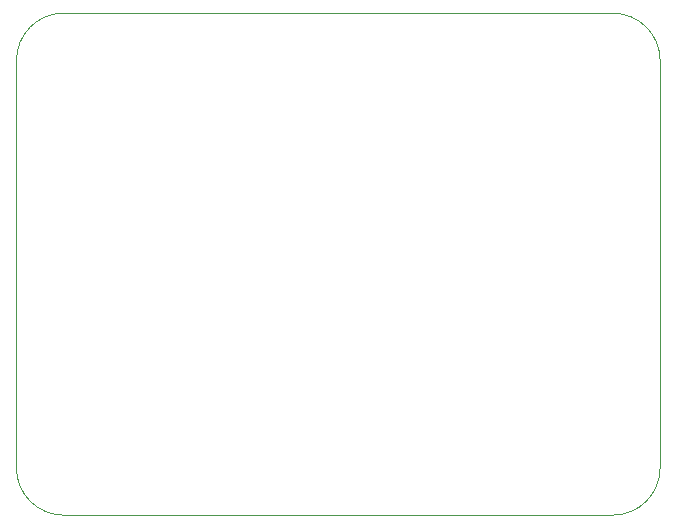
<source format=gbr>
%TF.GenerationSoftware,KiCad,Pcbnew,8.99.0-2608-ga0707285a1*%
%TF.CreationDate,2024-10-09T18:54:20+07:00*%
%TF.ProjectId,dev_Board_8khz,6465765f-426f-4617-9264-5f386b687a2e,rev?*%
%TF.SameCoordinates,Original*%
%TF.FileFunction,Profile,NP*%
%FSLAX46Y46*%
G04 Gerber Fmt 4.6, Leading zero omitted, Abs format (unit mm)*
G04 Created by KiCad (PCBNEW 8.99.0-2608-ga0707285a1) date 2024-10-09 18:54:20*
%MOMM*%
%LPD*%
G01*
G04 APERTURE LIST*
%TA.AperFunction,Profile*%
%ADD10C,0.050000*%
%TD*%
G04 APERTURE END LIST*
D10*
X190000000Y-59500000D02*
X143500000Y-59500000D01*
X139500000Y-63500000D02*
X139500000Y-98000000D01*
X143500000Y-102000000D02*
X190000000Y-102000000D01*
X194000000Y-98000000D02*
G75*
G02*
X190000000Y-102000000I-4000000J0D01*
G01*
X139500000Y-63500000D02*
G75*
G02*
X143500000Y-59500000I4000000J0D01*
G01*
X194000000Y-98000000D02*
X194000000Y-63500000D01*
X190000000Y-59500000D02*
G75*
G02*
X194000000Y-63500000I0J-4000000D01*
G01*
X143500000Y-102000000D02*
G75*
G02*
X139500000Y-98000000I0J4000000D01*
G01*
M02*

</source>
